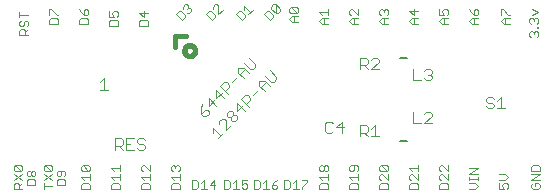
<source format=gto>
G75*
%MOIN*%
%OFA0B0*%
%FSLAX25Y25*%
%IPPOS*%
%LPD*%
%AMOC8*
5,1,8,0,0,1.08239X$1,22.5*
%
%ADD10C,0.00300*%
%ADD11C,0.01600*%
%ADD12C,0.00750*%
D10*
X0003573Y0012400D02*
X0003573Y0013851D01*
X0004056Y0014335D01*
X0005024Y0014335D01*
X0005508Y0013851D01*
X0005508Y0012400D01*
X0006475Y0012400D02*
X0003573Y0012400D01*
X0005508Y0013367D02*
X0006475Y0014335D01*
X0007948Y0013650D02*
X0007948Y0015101D01*
X0008431Y0015585D01*
X0010366Y0015585D01*
X0010850Y0015101D01*
X0010850Y0013650D01*
X0007948Y0013650D01*
X0006475Y0015347D02*
X0003573Y0017281D01*
X0004056Y0018293D02*
X0003573Y0018777D01*
X0003573Y0019744D01*
X0004056Y0020228D01*
X0005991Y0018293D01*
X0006475Y0018777D01*
X0006475Y0019744D01*
X0005991Y0020228D01*
X0004056Y0020228D01*
X0004056Y0018293D02*
X0005991Y0018293D01*
X0006475Y0017281D02*
X0003573Y0015347D01*
X0007948Y0017080D02*
X0007948Y0018048D01*
X0008431Y0018531D01*
X0008915Y0018531D01*
X0009399Y0018048D01*
X0009399Y0017080D01*
X0008915Y0016597D01*
X0008431Y0016597D01*
X0007948Y0017080D01*
X0009399Y0017080D02*
X0009883Y0016597D01*
X0010366Y0016597D01*
X0010850Y0017080D01*
X0010850Y0018048D01*
X0010366Y0018531D01*
X0009883Y0018531D01*
X0009399Y0018048D01*
X0013573Y0018777D02*
X0013573Y0019744D01*
X0014056Y0020228D01*
X0015991Y0018293D01*
X0016475Y0018777D01*
X0016475Y0019744D01*
X0015991Y0020228D01*
X0014056Y0020228D01*
X0013573Y0018777D02*
X0014056Y0018293D01*
X0015991Y0018293D01*
X0016475Y0017281D02*
X0013573Y0015347D01*
X0013573Y0017281D02*
X0016475Y0015347D01*
X0017948Y0015101D02*
X0017948Y0013650D01*
X0020850Y0013650D01*
X0020850Y0015101D01*
X0020366Y0015585D01*
X0018431Y0015585D01*
X0017948Y0015101D01*
X0018431Y0016597D02*
X0018915Y0016597D01*
X0019399Y0017080D01*
X0019399Y0018531D01*
X0020366Y0018531D02*
X0018431Y0018531D01*
X0017948Y0018048D01*
X0017948Y0017080D01*
X0018431Y0016597D01*
X0020366Y0016597D02*
X0020850Y0017080D01*
X0020850Y0018048D01*
X0020366Y0018531D01*
X0026073Y0018777D02*
X0026556Y0018293D01*
X0028491Y0018293D01*
X0026556Y0020228D01*
X0028491Y0020228D01*
X0028975Y0019744D01*
X0028975Y0018777D01*
X0028491Y0018293D01*
X0028975Y0017281D02*
X0028975Y0015347D01*
X0028975Y0016314D02*
X0026073Y0016314D01*
X0027040Y0015347D01*
X0026556Y0014335D02*
X0026073Y0013851D01*
X0026073Y0012400D01*
X0028975Y0012400D01*
X0028975Y0013851D01*
X0028491Y0014335D01*
X0026556Y0014335D01*
X0036073Y0013851D02*
X0036073Y0012400D01*
X0038975Y0012400D01*
X0038975Y0013851D01*
X0038491Y0014335D01*
X0036556Y0014335D01*
X0036073Y0013851D01*
X0037040Y0015347D02*
X0036073Y0016314D01*
X0038975Y0016314D01*
X0038975Y0015347D02*
X0038975Y0017281D01*
X0038975Y0018293D02*
X0038975Y0020228D01*
X0038975Y0019261D02*
X0036073Y0019261D01*
X0037040Y0018293D01*
X0046073Y0018777D02*
X0046556Y0018293D01*
X0046073Y0018777D02*
X0046073Y0019744D01*
X0046556Y0020228D01*
X0047040Y0020228D01*
X0048975Y0018293D01*
X0048975Y0020228D01*
X0048975Y0017281D02*
X0048975Y0015347D01*
X0048975Y0016314D02*
X0046073Y0016314D01*
X0047040Y0015347D01*
X0046556Y0014335D02*
X0046073Y0013851D01*
X0046073Y0012400D01*
X0048975Y0012400D01*
X0048975Y0013851D01*
X0048491Y0014335D01*
X0046556Y0014335D01*
X0056073Y0013851D02*
X0056073Y0012400D01*
X0058975Y0012400D01*
X0058975Y0013851D01*
X0058491Y0014335D01*
X0056556Y0014335D01*
X0056073Y0013851D01*
X0057040Y0015347D02*
X0056073Y0016314D01*
X0058975Y0016314D01*
X0058975Y0015347D02*
X0058975Y0017281D01*
X0058491Y0018293D02*
X0058975Y0018777D01*
X0058975Y0019744D01*
X0058491Y0020228D01*
X0058008Y0020228D01*
X0057524Y0019744D01*
X0057524Y0019261D01*
X0057524Y0019744D02*
X0057040Y0020228D01*
X0056556Y0020228D01*
X0056073Y0019744D01*
X0056073Y0018777D01*
X0056556Y0018293D01*
X0063025Y0015302D02*
X0064476Y0015302D01*
X0064960Y0014819D01*
X0064960Y0012884D01*
X0064476Y0012400D01*
X0063025Y0012400D01*
X0063025Y0015302D01*
X0065972Y0014335D02*
X0066939Y0015302D01*
X0066939Y0012400D01*
X0065972Y0012400D02*
X0067906Y0012400D01*
X0068918Y0013851D02*
X0070853Y0013851D01*
X0070369Y0015302D02*
X0068918Y0013851D01*
X0070369Y0012400D02*
X0070369Y0015302D01*
X0073650Y0015302D02*
X0075101Y0015302D01*
X0075585Y0014819D01*
X0075585Y0012884D01*
X0075101Y0012400D01*
X0073650Y0012400D01*
X0073650Y0015302D01*
X0076597Y0014335D02*
X0077564Y0015302D01*
X0077564Y0012400D01*
X0076597Y0012400D02*
X0078531Y0012400D01*
X0079543Y0012884D02*
X0080027Y0012400D01*
X0080994Y0012400D01*
X0081478Y0012884D01*
X0081478Y0013851D01*
X0080994Y0014335D01*
X0080511Y0014335D01*
X0079543Y0013851D01*
X0079543Y0015302D01*
X0081478Y0015302D01*
X0083650Y0015302D02*
X0085101Y0015302D01*
X0085585Y0014819D01*
X0085585Y0012884D01*
X0085101Y0012400D01*
X0083650Y0012400D01*
X0083650Y0015302D01*
X0086597Y0014335D02*
X0087564Y0015302D01*
X0087564Y0012400D01*
X0086597Y0012400D02*
X0088531Y0012400D01*
X0089543Y0012884D02*
X0090027Y0012400D01*
X0090994Y0012400D01*
X0091478Y0012884D01*
X0091478Y0013367D01*
X0090994Y0013851D01*
X0089543Y0013851D01*
X0089543Y0012884D01*
X0089543Y0013851D02*
X0090511Y0014819D01*
X0091478Y0015302D01*
X0093650Y0015302D02*
X0095101Y0015302D01*
X0095585Y0014819D01*
X0095585Y0012884D01*
X0095101Y0012400D01*
X0093650Y0012400D01*
X0093650Y0015302D01*
X0096597Y0014335D02*
X0097564Y0015302D01*
X0097564Y0012400D01*
X0096597Y0012400D02*
X0098531Y0012400D01*
X0099543Y0012400D02*
X0099543Y0012884D01*
X0101478Y0014819D01*
X0101478Y0015302D01*
X0099543Y0015302D01*
X0105448Y0016314D02*
X0106415Y0015347D01*
X0105448Y0016314D02*
X0108350Y0016314D01*
X0108350Y0015347D02*
X0108350Y0017281D01*
X0107866Y0018293D02*
X0107383Y0018293D01*
X0106899Y0018777D01*
X0106899Y0019744D01*
X0107383Y0020228D01*
X0107866Y0020228D01*
X0108350Y0019744D01*
X0108350Y0018777D01*
X0107866Y0018293D01*
X0106899Y0018777D02*
X0106415Y0018293D01*
X0105931Y0018293D01*
X0105448Y0018777D01*
X0105448Y0019744D01*
X0105931Y0020228D01*
X0106415Y0020228D01*
X0106899Y0019744D01*
X0115448Y0019744D02*
X0115448Y0018777D01*
X0115931Y0018293D01*
X0116415Y0018293D01*
X0116899Y0018777D01*
X0116899Y0020228D01*
X0117866Y0020228D02*
X0115931Y0020228D01*
X0115448Y0019744D01*
X0117866Y0020228D02*
X0118350Y0019744D01*
X0118350Y0018777D01*
X0117866Y0018293D01*
X0118350Y0017281D02*
X0118350Y0015347D01*
X0118350Y0016314D02*
X0115448Y0016314D01*
X0116415Y0015347D01*
X0115931Y0014335D02*
X0115448Y0013851D01*
X0115448Y0012400D01*
X0118350Y0012400D01*
X0118350Y0013851D01*
X0117866Y0014335D01*
X0115931Y0014335D01*
X0108350Y0013851D02*
X0108350Y0012400D01*
X0105448Y0012400D01*
X0105448Y0013851D01*
X0105931Y0014335D01*
X0107866Y0014335D01*
X0108350Y0013851D01*
X0125448Y0013851D02*
X0125448Y0012400D01*
X0128350Y0012400D01*
X0128350Y0013851D01*
X0127866Y0014335D01*
X0125931Y0014335D01*
X0125448Y0013851D01*
X0125931Y0015347D02*
X0125448Y0015830D01*
X0125448Y0016798D01*
X0125931Y0017281D01*
X0126415Y0017281D01*
X0128350Y0015347D01*
X0128350Y0017281D01*
X0127866Y0018293D02*
X0125931Y0018293D01*
X0125448Y0018777D01*
X0125448Y0019744D01*
X0125931Y0020228D01*
X0127866Y0018293D01*
X0128350Y0018777D01*
X0128350Y0019744D01*
X0127866Y0020228D01*
X0125931Y0020228D01*
X0135448Y0019261D02*
X0136415Y0018293D01*
X0136415Y0017281D02*
X0135931Y0017281D01*
X0135448Y0016798D01*
X0135448Y0015830D01*
X0135931Y0015347D01*
X0135931Y0014335D02*
X0135448Y0013851D01*
X0135448Y0012400D01*
X0138350Y0012400D01*
X0138350Y0013851D01*
X0137866Y0014335D01*
X0135931Y0014335D01*
X0138350Y0015347D02*
X0136415Y0017281D01*
X0138350Y0017281D02*
X0138350Y0015347D01*
X0138350Y0018293D02*
X0138350Y0020228D01*
X0138350Y0019261D02*
X0135448Y0019261D01*
X0145448Y0019744D02*
X0145448Y0018777D01*
X0145931Y0018293D01*
X0145931Y0017281D02*
X0145448Y0016798D01*
X0145448Y0015830D01*
X0145931Y0015347D01*
X0146415Y0017281D02*
X0148350Y0015347D01*
X0148350Y0017281D01*
X0148350Y0018293D02*
X0146415Y0020228D01*
X0145931Y0020228D01*
X0145448Y0019744D01*
X0148350Y0020228D02*
X0148350Y0018293D01*
X0146415Y0017281D02*
X0145931Y0017281D01*
X0145931Y0014335D02*
X0145448Y0013851D01*
X0145448Y0012400D01*
X0148350Y0012400D01*
X0148350Y0013851D01*
X0147866Y0014335D01*
X0145931Y0014335D01*
X0155448Y0014335D02*
X0157383Y0014335D01*
X0158350Y0013367D01*
X0157383Y0012400D01*
X0155448Y0012400D01*
X0155448Y0015347D02*
X0155448Y0016314D01*
X0155448Y0015830D02*
X0158350Y0015830D01*
X0158350Y0015347D02*
X0158350Y0016314D01*
X0158350Y0017311D02*
X0155448Y0017311D01*
X0158350Y0019246D01*
X0155448Y0019246D01*
X0165448Y0017281D02*
X0167383Y0017281D01*
X0168350Y0016314D01*
X0167383Y0015347D01*
X0165448Y0015347D01*
X0165448Y0014335D02*
X0165448Y0012400D01*
X0166899Y0012400D01*
X0166415Y0013367D01*
X0166415Y0013851D01*
X0166899Y0014335D01*
X0167866Y0014335D01*
X0168350Y0013851D01*
X0168350Y0012884D01*
X0167866Y0012400D01*
X0176073Y0012884D02*
X0176556Y0012400D01*
X0178491Y0012400D01*
X0178975Y0012884D01*
X0178975Y0013851D01*
X0178491Y0014335D01*
X0177524Y0014335D01*
X0177524Y0013367D01*
X0176556Y0014335D02*
X0176073Y0013851D01*
X0176073Y0012884D01*
X0176073Y0015347D02*
X0178975Y0017281D01*
X0176073Y0017281D01*
X0176073Y0018293D02*
X0176073Y0019744D01*
X0176556Y0020228D01*
X0178491Y0020228D01*
X0178975Y0019744D01*
X0178975Y0018293D01*
X0176073Y0018293D01*
X0176073Y0015347D02*
X0178975Y0015347D01*
X0142927Y0034275D02*
X0140458Y0034275D01*
X0142927Y0036744D01*
X0142927Y0037361D01*
X0142310Y0037978D01*
X0141075Y0037978D01*
X0140458Y0037361D01*
X0136775Y0037978D02*
X0136775Y0034275D01*
X0139244Y0034275D01*
X0125311Y0029900D02*
X0122842Y0029900D01*
X0121627Y0029900D02*
X0120393Y0031134D01*
X0121010Y0031134D02*
X0119159Y0031134D01*
X0119159Y0029900D02*
X0119159Y0033603D01*
X0121010Y0033603D01*
X0121627Y0032986D01*
X0121627Y0031752D01*
X0121010Y0031134D01*
X0122842Y0032369D02*
X0124076Y0033603D01*
X0124076Y0029900D01*
X0113552Y0033002D02*
X0111083Y0033002D01*
X0112935Y0034853D01*
X0112935Y0031150D01*
X0109869Y0031767D02*
X0109252Y0031150D01*
X0108017Y0031150D01*
X0107400Y0031767D01*
X0107400Y0034236D01*
X0108017Y0034853D01*
X0109252Y0034853D01*
X0109869Y0034236D01*
X0087251Y0044963D02*
X0085506Y0046709D01*
X0085506Y0048455D01*
X0087251Y0048455D01*
X0088997Y0046709D01*
X0089419Y0048004D02*
X0090292Y0048004D01*
X0091165Y0048877D01*
X0091165Y0049750D01*
X0088983Y0051932D01*
X0087237Y0050186D02*
X0089419Y0048004D01*
X0087688Y0048018D02*
X0085942Y0046273D01*
X0085083Y0045414D02*
X0083338Y0043668D01*
X0082479Y0042810D02*
X0082479Y0041937D01*
X0081170Y0040627D01*
X0082042Y0039755D02*
X0079424Y0042373D01*
X0080733Y0043682D01*
X0081606Y0043682D01*
X0082479Y0042810D01*
X0078129Y0041078D02*
X0078129Y0038459D01*
X0079875Y0040205D01*
X0080747Y0038459D02*
X0078129Y0041078D01*
X0076397Y0038474D02*
X0075524Y0038474D01*
X0074652Y0037601D01*
X0074652Y0036728D01*
X0075088Y0036292D01*
X0075961Y0036292D01*
X0076834Y0037164D01*
X0077707Y0037164D01*
X0078143Y0036728D01*
X0078143Y0035855D01*
X0077270Y0034982D01*
X0076397Y0034982D01*
X0075961Y0035419D01*
X0075961Y0036292D01*
X0074229Y0035433D02*
X0073793Y0035869D01*
X0072920Y0035869D01*
X0072047Y0034996D01*
X0072047Y0034124D01*
X0074229Y0035433D02*
X0074229Y0031941D01*
X0075975Y0033687D01*
X0073371Y0031083D02*
X0071625Y0029337D01*
X0072498Y0030210D02*
X0069879Y0032828D01*
X0069879Y0031083D01*
X0067686Y0036649D02*
X0068559Y0037521D01*
X0068559Y0038394D01*
X0068123Y0038831D01*
X0067250Y0038831D01*
X0065941Y0037521D01*
X0066814Y0036649D01*
X0067686Y0036649D01*
X0065941Y0037521D02*
X0065941Y0039267D01*
X0066377Y0040576D01*
X0068545Y0040126D02*
X0068545Y0042744D01*
X0071164Y0040126D01*
X0070291Y0041871D02*
X0068545Y0040126D01*
X0071149Y0042730D02*
X0072895Y0044476D01*
X0074190Y0044898D02*
X0075500Y0046207D01*
X0075500Y0047080D01*
X0074627Y0047953D01*
X0073754Y0047953D01*
X0072445Y0046644D01*
X0075063Y0044025D01*
X0073768Y0042730D02*
X0071149Y0045349D01*
X0071149Y0042730D01*
X0076397Y0038474D02*
X0076834Y0038037D01*
X0076834Y0037164D01*
X0076358Y0047939D02*
X0078104Y0049685D01*
X0078963Y0050543D02*
X0080708Y0052289D01*
X0080272Y0052725D02*
X0078526Y0052725D01*
X0078526Y0050980D01*
X0080272Y0049234D01*
X0082018Y0050980D02*
X0080272Y0052725D01*
X0080258Y0054457D02*
X0082440Y0052275D01*
X0083313Y0052275D01*
X0084185Y0053148D01*
X0084185Y0054020D01*
X0082003Y0056203D01*
X0105448Y0068367D02*
X0106415Y0067400D01*
X0108350Y0067400D01*
X0106899Y0067400D02*
X0106899Y0069335D01*
X0106415Y0069335D02*
X0108350Y0069335D01*
X0108350Y0070347D02*
X0108350Y0072281D01*
X0108350Y0071314D02*
X0105448Y0071314D01*
X0106415Y0070347D01*
X0106415Y0069335D02*
X0105448Y0068367D01*
X0098350Y0068025D02*
X0096415Y0068025D01*
X0095448Y0068992D01*
X0096415Y0069960D01*
X0098350Y0069960D01*
X0096899Y0069960D02*
X0096899Y0068025D01*
X0097866Y0070972D02*
X0095931Y0070972D01*
X0095448Y0071455D01*
X0095448Y0072423D01*
X0095931Y0072906D01*
X0097866Y0070972D01*
X0098350Y0071455D01*
X0098350Y0072423D01*
X0097866Y0072906D01*
X0095931Y0072906D01*
X0092235Y0072506D02*
X0092235Y0071822D01*
X0091551Y0071138D01*
X0090866Y0071138D01*
X0090866Y0073874D01*
X0092235Y0072506D01*
X0090866Y0071138D02*
X0089498Y0072506D01*
X0089498Y0073190D01*
X0090182Y0073874D01*
X0090866Y0073874D01*
X0088783Y0071791D02*
X0088099Y0071791D01*
X0087073Y0070764D01*
X0089125Y0068712D01*
X0090151Y0069738D01*
X0090151Y0070422D01*
X0088783Y0071791D01*
X0083202Y0072164D02*
X0081834Y0070796D01*
X0082518Y0071480D02*
X0080465Y0073532D01*
X0080465Y0072164D01*
X0079408Y0071791D02*
X0078724Y0071791D01*
X0077698Y0070764D01*
X0079750Y0068712D01*
X0080776Y0069738D01*
X0080776Y0070422D01*
X0079408Y0071791D01*
X0073202Y0072164D02*
X0071834Y0070796D01*
X0071834Y0073532D01*
X0071491Y0073874D01*
X0070807Y0073874D01*
X0070123Y0073190D01*
X0070123Y0072506D01*
X0069408Y0071791D02*
X0068724Y0071791D01*
X0067698Y0070764D01*
X0069750Y0068712D01*
X0070776Y0069738D01*
X0070776Y0070422D01*
X0069408Y0071791D01*
X0062860Y0071822D02*
X0062176Y0071138D01*
X0061491Y0071138D01*
X0060776Y0070422D02*
X0059408Y0071791D01*
X0058724Y0071791D01*
X0057698Y0070764D01*
X0059750Y0068712D01*
X0060776Y0069738D01*
X0060776Y0070422D01*
X0060123Y0072506D02*
X0060123Y0073190D01*
X0060807Y0073874D01*
X0061491Y0073874D01*
X0061834Y0073532D01*
X0061834Y0072848D01*
X0062518Y0072848D01*
X0062860Y0072506D01*
X0062860Y0071822D01*
X0061834Y0072848D02*
X0061491Y0072506D01*
X0048350Y0071173D02*
X0045448Y0071173D01*
X0046899Y0069722D01*
X0046899Y0071656D01*
X0047866Y0068710D02*
X0045931Y0068710D01*
X0045448Y0068226D01*
X0045448Y0066775D01*
X0048350Y0066775D01*
X0048350Y0068226D01*
X0047866Y0068710D01*
X0038350Y0068226D02*
X0038350Y0066775D01*
X0035448Y0066775D01*
X0035448Y0068226D01*
X0035931Y0068710D01*
X0037866Y0068710D01*
X0038350Y0068226D01*
X0037866Y0069722D02*
X0038350Y0070205D01*
X0038350Y0071173D01*
X0037866Y0071656D01*
X0036899Y0071656D01*
X0036415Y0071173D01*
X0036415Y0070689D01*
X0036899Y0069722D01*
X0035448Y0069722D01*
X0035448Y0071656D01*
X0028350Y0071798D02*
X0028350Y0070830D01*
X0027866Y0070347D01*
X0026899Y0070347D01*
X0026899Y0071798D01*
X0027383Y0072281D01*
X0027866Y0072281D01*
X0028350Y0071798D01*
X0026899Y0070347D02*
X0025931Y0071314D01*
X0025448Y0072281D01*
X0025931Y0069335D02*
X0025448Y0068851D01*
X0025448Y0067400D01*
X0028350Y0067400D01*
X0028350Y0068851D01*
X0027866Y0069335D01*
X0025931Y0069335D01*
X0018350Y0068851D02*
X0018350Y0067400D01*
X0015448Y0067400D01*
X0015448Y0068851D01*
X0015931Y0069335D01*
X0017866Y0069335D01*
X0018350Y0068851D01*
X0018350Y0070347D02*
X0017866Y0070347D01*
X0015931Y0072281D01*
X0015448Y0072281D01*
X0015448Y0070347D01*
X0008350Y0070511D02*
X0005448Y0070511D01*
X0005448Y0071478D02*
X0005448Y0069543D01*
X0005931Y0068531D02*
X0005448Y0068048D01*
X0005448Y0067080D01*
X0005931Y0066597D01*
X0006415Y0066597D01*
X0006899Y0067080D01*
X0006899Y0068048D01*
X0007383Y0068531D01*
X0007866Y0068531D01*
X0008350Y0068048D01*
X0008350Y0067080D01*
X0007866Y0066597D01*
X0008350Y0065585D02*
X0007383Y0064617D01*
X0007383Y0065101D02*
X0006899Y0065585D01*
X0005931Y0065585D01*
X0005448Y0065101D01*
X0005448Y0063650D01*
X0008350Y0063650D01*
X0007383Y0063650D02*
X0007383Y0065101D01*
X0032400Y0047994D02*
X0033634Y0049228D01*
X0033634Y0045525D01*
X0032400Y0045525D02*
X0034869Y0045525D01*
X0037400Y0029228D02*
X0039252Y0029228D01*
X0039869Y0028611D01*
X0039869Y0027377D01*
X0039252Y0026759D01*
X0037400Y0026759D01*
X0037400Y0025525D02*
X0037400Y0029228D01*
X0041083Y0029228D02*
X0041083Y0025525D01*
X0043552Y0025525D01*
X0044766Y0026142D02*
X0045383Y0025525D01*
X0046618Y0025525D01*
X0047235Y0026142D01*
X0047235Y0026759D01*
X0046618Y0027377D01*
X0045383Y0027377D01*
X0044766Y0027994D01*
X0044766Y0028611D01*
X0045383Y0029228D01*
X0046618Y0029228D01*
X0047235Y0028611D01*
X0043552Y0029228D02*
X0041083Y0029228D01*
X0041083Y0027377D02*
X0042318Y0027377D01*
X0039869Y0025525D02*
X0038634Y0026759D01*
X0026556Y0020228D02*
X0026073Y0019744D01*
X0026073Y0018777D01*
X0016475Y0013367D02*
X0013573Y0013367D01*
X0013573Y0012400D02*
X0013573Y0014335D01*
X0119159Y0052400D02*
X0119159Y0056103D01*
X0121010Y0056103D01*
X0121627Y0055486D01*
X0121627Y0054252D01*
X0121010Y0053634D01*
X0119159Y0053634D01*
X0120393Y0053634D02*
X0121627Y0052400D01*
X0122842Y0052400D02*
X0125311Y0054869D01*
X0125311Y0055486D01*
X0124693Y0056103D01*
X0123459Y0056103D01*
X0122842Y0055486D01*
X0122842Y0052400D02*
X0125311Y0052400D01*
X0136775Y0052353D02*
X0136775Y0048650D01*
X0139244Y0048650D01*
X0140458Y0049267D02*
X0141075Y0048650D01*
X0142310Y0048650D01*
X0142927Y0049267D01*
X0142927Y0049884D01*
X0142310Y0050502D01*
X0141693Y0050502D01*
X0142310Y0050502D02*
X0142927Y0051119D01*
X0142927Y0051736D01*
X0142310Y0052353D01*
X0141075Y0052353D01*
X0140458Y0051736D01*
X0161150Y0042361D02*
X0161150Y0041744D01*
X0161767Y0041127D01*
X0163002Y0041127D01*
X0163619Y0040509D01*
X0163619Y0039892D01*
X0163002Y0039275D01*
X0161767Y0039275D01*
X0161150Y0039892D01*
X0164833Y0039275D02*
X0167302Y0039275D01*
X0166068Y0039275D02*
X0166068Y0042978D01*
X0164833Y0041744D01*
X0163619Y0042361D02*
X0163002Y0042978D01*
X0161767Y0042978D01*
X0161150Y0042361D01*
X0175931Y0063025D02*
X0175448Y0063509D01*
X0175448Y0064476D01*
X0175931Y0064960D01*
X0176415Y0064960D01*
X0176899Y0064476D01*
X0177383Y0064960D01*
X0177866Y0064960D01*
X0178350Y0064476D01*
X0178350Y0063509D01*
X0177866Y0063025D01*
X0176899Y0063992D02*
X0176899Y0064476D01*
X0177866Y0065972D02*
X0177866Y0066455D01*
X0178350Y0066455D01*
X0178350Y0065972D01*
X0177866Y0065972D01*
X0177866Y0067445D02*
X0178350Y0067929D01*
X0178350Y0068896D01*
X0177866Y0069380D01*
X0177383Y0069380D01*
X0176899Y0068896D01*
X0176899Y0068412D01*
X0176899Y0068896D02*
X0176415Y0069380D01*
X0175931Y0069380D01*
X0175448Y0068896D01*
X0175448Y0067929D01*
X0175931Y0067445D01*
X0176415Y0070391D02*
X0178350Y0071359D01*
X0176415Y0072326D01*
X0168975Y0070347D02*
X0168491Y0070347D01*
X0166556Y0072281D01*
X0166073Y0072281D01*
X0166073Y0070347D01*
X0167040Y0069335D02*
X0168975Y0069335D01*
X0167524Y0069335D02*
X0167524Y0067400D01*
X0167040Y0067400D02*
X0166073Y0068367D01*
X0167040Y0069335D01*
X0167040Y0067400D02*
X0168975Y0067400D01*
X0158350Y0067400D02*
X0156415Y0067400D01*
X0155448Y0068367D01*
X0156415Y0069335D01*
X0158350Y0069335D01*
X0157866Y0070347D02*
X0158350Y0070830D01*
X0158350Y0071798D01*
X0157866Y0072281D01*
X0157383Y0072281D01*
X0156899Y0071798D01*
X0156899Y0070347D01*
X0157866Y0070347D01*
X0156899Y0070347D02*
X0155931Y0071314D01*
X0155448Y0072281D01*
X0156899Y0069335D02*
X0156899Y0067400D01*
X0148350Y0067400D02*
X0146415Y0067400D01*
X0145448Y0068367D01*
X0146415Y0069335D01*
X0148350Y0069335D01*
X0147866Y0070347D02*
X0148350Y0070830D01*
X0148350Y0071798D01*
X0147866Y0072281D01*
X0146899Y0072281D01*
X0146415Y0071798D01*
X0146415Y0071314D01*
X0146899Y0070347D01*
X0145448Y0070347D01*
X0145448Y0072281D01*
X0146899Y0069335D02*
X0146899Y0067400D01*
X0138350Y0067400D02*
X0136415Y0067400D01*
X0135448Y0068367D01*
X0136415Y0069335D01*
X0138350Y0069335D01*
X0136899Y0069335D02*
X0136899Y0067400D01*
X0136899Y0070347D02*
X0136899Y0072281D01*
X0138350Y0071798D02*
X0135448Y0071798D01*
X0136899Y0070347D01*
X0128350Y0070830D02*
X0127866Y0070347D01*
X0128350Y0070830D02*
X0128350Y0071798D01*
X0127866Y0072281D01*
X0127383Y0072281D01*
X0126899Y0071798D01*
X0126899Y0071314D01*
X0126899Y0071798D02*
X0126415Y0072281D01*
X0125931Y0072281D01*
X0125448Y0071798D01*
X0125448Y0070830D01*
X0125931Y0070347D01*
X0126415Y0069335D02*
X0128350Y0069335D01*
X0126899Y0069335D02*
X0126899Y0067400D01*
X0126415Y0067400D02*
X0125448Y0068367D01*
X0126415Y0069335D01*
X0126415Y0067400D02*
X0128350Y0067400D01*
X0118350Y0067400D02*
X0116415Y0067400D01*
X0115448Y0068367D01*
X0116415Y0069335D01*
X0118350Y0069335D01*
X0118350Y0070347D02*
X0116415Y0072281D01*
X0115931Y0072281D01*
X0115448Y0071798D01*
X0115448Y0070830D01*
X0115931Y0070347D01*
X0116899Y0069335D02*
X0116899Y0067400D01*
X0118350Y0070347D02*
X0118350Y0072281D01*
D11*
X0060482Y0058500D02*
X0060484Y0058583D01*
X0060490Y0058667D01*
X0060500Y0058750D01*
X0060513Y0058832D01*
X0060531Y0058914D01*
X0060553Y0058994D01*
X0060578Y0059074D01*
X0060607Y0059152D01*
X0060639Y0059229D01*
X0060676Y0059305D01*
X0060715Y0059378D01*
X0060759Y0059449D01*
X0060805Y0059519D01*
X0060855Y0059586D01*
X0060908Y0059651D01*
X0060963Y0059713D01*
X0061022Y0059772D01*
X0061084Y0059829D01*
X0061148Y0059882D01*
X0061214Y0059933D01*
X0061283Y0059980D01*
X0061354Y0060024D01*
X0061427Y0060065D01*
X0061502Y0060102D01*
X0061578Y0060135D01*
X0061656Y0060165D01*
X0061736Y0060191D01*
X0061816Y0060214D01*
X0061897Y0060232D01*
X0061980Y0060247D01*
X0062062Y0060258D01*
X0062146Y0060265D01*
X0062229Y0060268D01*
X0062313Y0060267D01*
X0062396Y0060262D01*
X0062479Y0060253D01*
X0062562Y0060240D01*
X0062643Y0060224D01*
X0062724Y0060203D01*
X0062804Y0060179D01*
X0062883Y0060151D01*
X0062960Y0060119D01*
X0063036Y0060084D01*
X0063110Y0060045D01*
X0063182Y0060003D01*
X0063252Y0059957D01*
X0063319Y0059908D01*
X0063385Y0059856D01*
X0063447Y0059801D01*
X0063508Y0059743D01*
X0063565Y0059682D01*
X0063619Y0059619D01*
X0063670Y0059553D01*
X0063719Y0059484D01*
X0063763Y0059414D01*
X0063805Y0059341D01*
X0063843Y0059267D01*
X0063877Y0059191D01*
X0063908Y0059113D01*
X0063935Y0059034D01*
X0063959Y0058954D01*
X0063978Y0058873D01*
X0063994Y0058791D01*
X0064006Y0058708D01*
X0064014Y0058625D01*
X0064018Y0058542D01*
X0064018Y0058458D01*
X0064014Y0058375D01*
X0064006Y0058292D01*
X0063994Y0058209D01*
X0063978Y0058127D01*
X0063959Y0058046D01*
X0063935Y0057966D01*
X0063908Y0057887D01*
X0063877Y0057809D01*
X0063843Y0057733D01*
X0063805Y0057659D01*
X0063763Y0057586D01*
X0063719Y0057516D01*
X0063670Y0057447D01*
X0063619Y0057381D01*
X0063565Y0057318D01*
X0063508Y0057257D01*
X0063447Y0057199D01*
X0063385Y0057144D01*
X0063319Y0057092D01*
X0063252Y0057043D01*
X0063182Y0056997D01*
X0063110Y0056955D01*
X0063036Y0056916D01*
X0062960Y0056881D01*
X0062883Y0056849D01*
X0062804Y0056821D01*
X0062724Y0056797D01*
X0062643Y0056776D01*
X0062562Y0056760D01*
X0062479Y0056747D01*
X0062396Y0056738D01*
X0062313Y0056733D01*
X0062229Y0056732D01*
X0062146Y0056735D01*
X0062062Y0056742D01*
X0061980Y0056753D01*
X0061897Y0056768D01*
X0061816Y0056786D01*
X0061736Y0056809D01*
X0061656Y0056835D01*
X0061578Y0056865D01*
X0061502Y0056898D01*
X0061427Y0056935D01*
X0061354Y0056976D01*
X0061283Y0057020D01*
X0061214Y0057067D01*
X0061148Y0057118D01*
X0061084Y0057171D01*
X0061022Y0057228D01*
X0060963Y0057287D01*
X0060908Y0057349D01*
X0060855Y0057414D01*
X0060805Y0057481D01*
X0060759Y0057551D01*
X0060715Y0057622D01*
X0060676Y0057695D01*
X0060639Y0057771D01*
X0060607Y0057848D01*
X0060578Y0057926D01*
X0060553Y0058006D01*
X0060531Y0058086D01*
X0060513Y0058168D01*
X0060500Y0058250D01*
X0060490Y0058333D01*
X0060484Y0058417D01*
X0060482Y0058500D01*
X0057250Y0059750D02*
X0057250Y0063500D01*
X0061000Y0063500D01*
D12*
X0132250Y0056000D02*
X0134750Y0056000D01*
X0134750Y0028500D02*
X0132250Y0028500D01*
M02*

</source>
